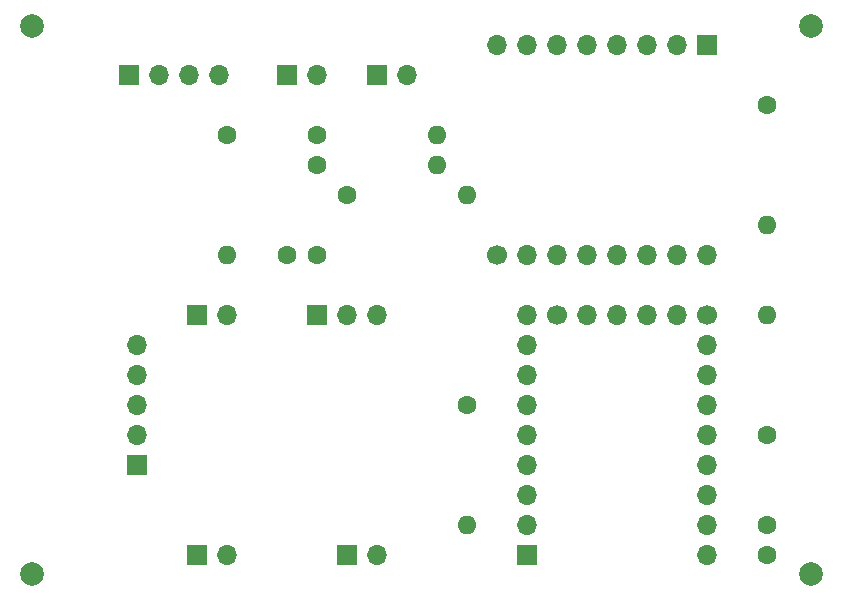
<source format=gbr>
%TF.GenerationSoftware,KiCad,Pcbnew,8.0.3*%
%TF.CreationDate,2026-01-07T23:34:00+01:00*%
%TF.ProjectId,VintageRadio,56696e74-6167-4655-9261-64696f2e6b69,rev?*%
%TF.SameCoordinates,Original*%
%TF.FileFunction,Soldermask,Top*%
%TF.FilePolarity,Negative*%
%FSLAX46Y46*%
G04 Gerber Fmt 4.6, Leading zero omitted, Abs format (unit mm)*
G04 Created by KiCad (PCBNEW 8.0.3) date 2026-01-07 23:34:00*
%MOMM*%
%LPD*%
G01*
G04 APERTURE LIST*
%ADD10O,1.700000X1.700000*%
%ADD11R,1.700000X1.700000*%
%ADD12C,2.000000*%
%ADD13C,1.700000*%
%ADD14C,1.600000*%
%ADD15O,1.600000X1.600000*%
G04 APERTURE END LIST*
D10*
%TO.C,J1*%
X160870000Y-78810000D03*
X160870000Y-81350000D03*
X160870000Y-83890000D03*
X160870000Y-86430000D03*
D11*
X160870000Y-88970000D03*
%TD*%
D12*
%TO.C,H3*%
X152000000Y-98200000D03*
%TD*%
D13*
%TO.C,J10*%
X196430000Y-76270000D03*
D10*
X198970000Y-76270000D03*
X201510000Y-76270000D03*
X204050000Y-76270000D03*
X206590000Y-76270000D03*
%TD*%
D11*
%TO.C,J6*%
X178650000Y-96590000D03*
D10*
X181190000Y-96590000D03*
%TD*%
D14*
%TO.C,R4*%
X214210000Y-58490000D03*
D15*
X214210000Y-68650000D03*
%TD*%
D12*
%TO.C,H1*%
X152000000Y-51800000D03*
%TD*%
%TO.C,H4*%
X218000000Y-98200000D03*
%TD*%
D11*
%TO.C,J8*%
X193890000Y-96590000D03*
D10*
X193890000Y-94050000D03*
X193890000Y-91510000D03*
X193890000Y-88970000D03*
X193890000Y-86430000D03*
X193890000Y-83890000D03*
X193890000Y-81350000D03*
X193890000Y-78810000D03*
X193890000Y-76270000D03*
%TD*%
D11*
%TO.C,J5*%
X176110000Y-76270000D03*
D10*
X178650000Y-76270000D03*
X181190000Y-76270000D03*
%TD*%
D11*
%TO.C,J3*%
X165950000Y-96590000D03*
D10*
X168490000Y-96590000D03*
%TD*%
D13*
%TO.C,J13*%
X191350000Y-71190000D03*
D10*
X193890000Y-71190000D03*
X196430000Y-71190000D03*
X198970000Y-71190000D03*
X201510000Y-71190000D03*
X204050000Y-71190000D03*
X206590000Y-71190000D03*
X209130000Y-71190000D03*
%TD*%
D11*
%TO.C,J2*%
X165950000Y-76270000D03*
D10*
X168490000Y-76270000D03*
%TD*%
D15*
%TO.C,R7*%
X188810000Y-94050000D03*
D14*
X188810000Y-83890000D03*
%TD*%
D10*
%TO.C,J9*%
X176110000Y-55925000D03*
D11*
X173570000Y-55925000D03*
%TD*%
D14*
%TO.C,C2*%
X214210000Y-96590000D03*
X214210000Y-94090000D03*
%TD*%
D11*
%TO.C,J7*%
X181190000Y-55950000D03*
D10*
X183730000Y-55950000D03*
%TD*%
D14*
%TO.C,R5*%
X214210000Y-86430000D03*
D15*
X214210000Y-76270000D03*
%TD*%
D14*
%TO.C,R6*%
X168490000Y-61030000D03*
D15*
X168490000Y-71190000D03*
%TD*%
%TO.C,R2*%
X186270000Y-61030000D03*
D14*
X176110000Y-61030000D03*
%TD*%
D15*
%TO.C,R3*%
X186270000Y-63570000D03*
D14*
X176110000Y-63570000D03*
%TD*%
D12*
%TO.C,H2*%
X218000000Y-51800000D03*
%TD*%
D14*
%TO.C,C1*%
X176110000Y-71190000D03*
X173610000Y-71190000D03*
%TD*%
D10*
%TO.C,J12*%
X191350000Y-53410000D03*
X193890000Y-53410000D03*
X196430000Y-53410000D03*
X198970000Y-53410000D03*
X201510000Y-53410000D03*
X204050000Y-53410000D03*
X206590000Y-53410000D03*
D11*
X209130000Y-53410000D03*
%TD*%
D15*
%TO.C,R1*%
X188810000Y-66110000D03*
D14*
X178650000Y-66110000D03*
%TD*%
D13*
%TO.C,J11*%
X209130000Y-76270000D03*
D10*
X209130000Y-78810000D03*
X209130000Y-81350000D03*
X209130000Y-83890000D03*
X209130000Y-86430000D03*
X209130000Y-88970000D03*
X209130000Y-91510000D03*
X209130000Y-94050000D03*
X209130000Y-96590000D03*
%TD*%
%TO.C,J4*%
X167865000Y-55925000D03*
X165325000Y-55925000D03*
X162785000Y-55925000D03*
D11*
X160245000Y-55925000D03*
%TD*%
M02*

</source>
